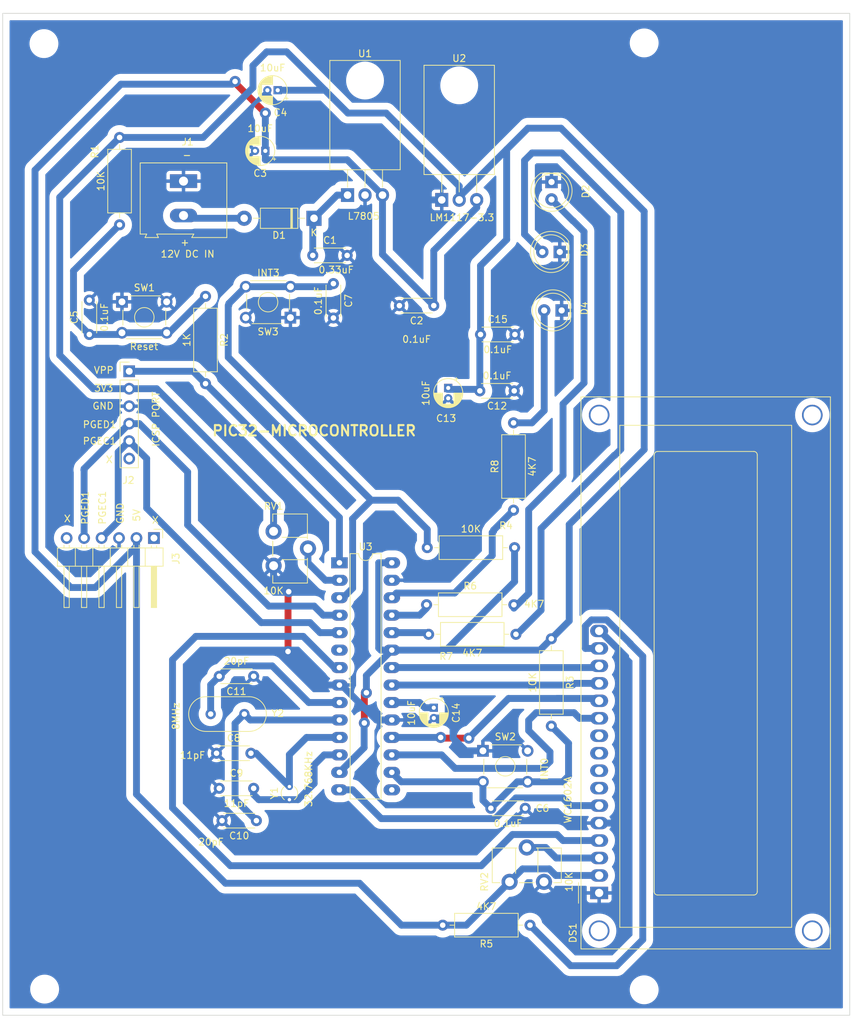
<source format=kicad_pcb>
(kicad_pcb (version 20211014) (generator pcbnew)
  (layers (0 "F.Cu" signal) (31 "B.Cu" signal) (34 "B.Paste" user) (35 "F.Paste" user) (36 "B.SilkS" user "B.Silkscreen") (37 "F.SilkS" user "F.Silkscreen") (38 "B.Mask" user) (39 "F.Mask" user) (44 "Edge.Cuts" user))
  (net 0 "")
  (net 1 "GND")
  (net 2 "Net-(D1-Pad2)")
  (net 3 "Net-(R8-Pad1)")
  (net 4 "Net-(D4-Pad2)")
  (net 5 "Net-(R7-Pad1)")
  (net 6 "Net-(D3-Pad2)")
  (net 7 "Net-(R6-Pad1)")
  (net 8 "Net-(D2-Pad2)")
  (net 9 "Net-(DS1-Pad15)")
  (net 10 "+5V")
  (net 11 "+3V3")
  (net 12 "/Int3")
  (net 13 "/Into")
  (net 14 "Net-(C5-Pad1)")
  (net 15 "/VPP")
  (net 16 "Net-(DS1-Pad3)")
  (net 17 "/ANALOG_IN")
  (net 18 "Net-(C1-Pad1)")
  (net 19 "/PGED1")
  (net 20 "/PGEC1")
  (net 22 "/LCD_RS")
  (net 23 "Net-(C11-Pad2)")
  (net 24 "Net-(C10-Pad1)")
  (net 25 "Net-(C8-Pad2)")
  (net 26 "Net-(C9-Pad2)")
  (net 27 "/LCD_EN")
  (net 29 "/LCD_D4")
  (net 30 "/LCD_D5")
  (net 31 "Net-(C14-Pad1)")
  (net 32 "/LCD_D6")
  (net 33 "/LCDD7")
  (footprint "Button_Switch_THT:SW_TH_Tactile_Omron_B3F-10xx" (layer "F.Cu") (at 68.15 59.25)
    (fp_text reference "SW1")
    (fp_text value "Reset")
  )
  (footprint "Capacitor_THT:C_Disc_D4.3mm_W1.9mm_P5.00mm" (layer "F.Cu") (at 95.9 52.5)
    (fp_text reference "C1")
    (fp_text value "0.33uF")
  )
  (footprint "Capacitor_THT:C_Disc_D4.3mm_W1.9mm_P5.00mm" (layer "F.Cu") (at 125.2 72.2 180)
    (fp_text reference "C12")
    (fp_text value "0.1uF")
  )
  (footprint "Package_TO_SOT_THT:TO-220-3_Horizontal_TabDown" (layer "F.Cu") (at 114.66 44.43)
    (fp_text reference "U2")
    (fp_text value "LM1117-3.3")
  )
  (footprint "Capacitor_THT:C_Disc_D4.3mm_W1.9mm_P5.00mm" (layer "F.Cu") (at 81.9 124.9)
    (fp_text reference "C8")
    (fp_text value "11pF")
  )
  (footprint "Capacitor_THT:C_Disc_D4.3mm_W1.9mm_P5.00mm" (layer "F.Cu") (at 87.7 134.7 180)
    (fp_text reference "C10")
    (fp_text value "20pF")
  )
  (footprint "Resistor_THT:R_Axial_DIN0309_L9.0mm_D3.2mm_P12.70mm_Horizontal" (layer "F.Cu") (at 130.6 108.25 -90)
    (fp_text reference "R3")
    (fp_text value "10K")
  )
  (footprint "Crystal:Crystal_HC18-U_Vertical" (layer "F.Cu") (at 85.95 119.2 180)
    (fp_text reference "Y2")
    (fp_text value "8MHz")
  )
  (footprint "Display:WC1602A" (layer "F.Cu") (at 137.5518 145.2137 90)
    (fp_text reference "DS1")
    (fp_text value "WC1602A")
  )
  (footprint "Potentiometer_THT:Potentiometer_ACP_CA9-H5_Horizontal" (layer "F.Cu") (at 124.525 143.6 90)
    (fp_text reference "RV2")
    (fp_text value "10K")
  )
  (footprint "Potentiometer_THT:Potentiometer_ACP_CA9-H5_Horizontal" (layer "F.Cu") (at 90.2 92.625)
    (fp_text reference "RV1")
    (fp_text value "10K")
  )
  (footprint "LED_THT:LED_D5.0mm" (layer "F.Cu") (at 131.825 52 180)
    (fp_text reference "D3")
    (fp_text value "LED")
  )
  (footprint "Capacitor_THT:CP_Radial_D4.0mm_P1.50mm" (layer "F.Cu") (at 90.8 28.4774 180)
    (fp_text reference "C4")
    (fp_text value "10uF")
  )
  (footprint "MountingHole:MountingHole_2.2mm_M2" (layer "F.Cu") (at 144.1 159.3)
    (fp_text reference "H4")
    (fp_text value "MountingHole")
  )
  (footprint "Resistor_THT:R_Axial_DIN0309_L9.0mm_D3.2mm_P12.70mm_Horizontal" (layer "F.Cu") (at 125.25 95 180)
    (fp_text reference "R4")
    (fp_text value "10K")
  )
  (footprint "Connector_PinHeader_2.54mm:PinHeader_1x06_P2.54mm_Horizontal" (layer "F.Cu") (at 72.8 93.6 -90)
    (fp_text reference "J3")
    (fp_text value "Conn_01x06_Male")
  )
  (footprint "MountingHole:MountingHole_2.2mm_M2" (layer "F.Cu") (at 56.8 21.7)
    (fp_text reference "H1")
    (fp_text value "MountingHole")
  )
  (footprint "Resistor_THT:R_Axial_DIN0309_L9.0mm_D3.2mm_P12.70mm_Horizontal" (layer "F.Cu") (at 112.75 107.6)
    (fp_text reference "R7")
    (fp_text value "4K7")
  )
  (footprint "Resistor_THT:R_Axial_DIN0309_L9.0mm_D3.2mm_P12.70mm_Horizontal" (layer "F.Cu") (at 125.1 89.55 90)
    (fp_text reference "R8")
    (fp_text value "4K7")
  )
  (footprint "TerminalBlock:TerminalBlock_Altech_AK300-2_P5.00mm" (layer "F.Cu") (at 77.1 41.7 -90)
    (fp_text reference "J1")
    (fp_text value "12V DC IN")
  )
  (footprint "Capacitor_THT:CP_Radial_D4.0mm_P1.50mm" (layer "F.Cu") (at 89 37.3 180)
    (fp_text reference "C3")
    (fp_text value "10uF")
  )
  (footprint "Capacitor_THT:CP_Radial_D4.0mm_P1.50mm" (layer "F.Cu") (at 115.6 71.7774 -90)
    (fp_text reference "C13")
    (fp_text value "10uF")
  )
  (footprint "Resistor_THT:R_Axial_DIN0309_L9.0mm_D3.2mm_P12.70mm_Horizontal" (layer "F.Cu") (at 112.45 103.3)
    (fp_text reference "R6")
    (fp_text value "4K7")
  )
  (footprint "Capacitor_THT:C_Disc_D4.3mm_W1.9mm_P5.00mm" (layer "F.Cu") (at 82.3 130)
    (fp_text reference "C9")
    (fp_text value "11pF")
  )
  (footprint "Capacitor_THT:CP_Radial_D4.0mm_P1.50mm" (layer "F.Cu") (at 113.5 118.2774 -90)
    (fp_text reference "C14")
    (fp_text value "10uF")
  )
  (footprint "Capacitor_THT:C_Disc_D4.3mm_W1.9mm_P5.00mm" (layer "F.Cu") (at 98.9 56.6 -90)
    (fp_text reference "C7")
    (fp_text value "0.1uF")
  )
  (footprint "Crystal:Crystal_DS26_D2.0mm_L6.0mm_Vertical" (layer "F.Cu") (at 92.5 131.65 90)
    (fp_text reference "Y1")
    (fp_text value "32.768KHz")
  )
  (footprint "LED_THT:LED_D5.0mm" (layer "F.Cu") (at 130.625 41.825 -90)
    (fp_text reference "D2")
    (fp_text value "LED")
  )
  (footprint "MountingHole:MountingHole_2.2mm_M2" (layer "F.Cu") (at 144.1 21.6)
    (fp_text reference "H3")
    (fp_text value "MountingHole")
  )
  (footprint "Capacitor_THT:C_Disc_D4.3mm_W1.9mm_P5.00mm" (layer "F.Cu") (at 113.5 59.8 180)
    (fp_text reference "C2")
    (fp_text value "0.1uF")
  )
  (footprint "Capacitor_THT:C_Disc_D4.3mm_W1.9mm_P5.00mm" (layer "F.Cu") (at 121.8 132.9)
    (fp_text reference "C6")
    (fp_text value "0.1uF")
  )
  (footprint "Diode_THT:D_DO-41_SOD81_P10.16mm_Horizontal" (layer "F.Cu") (at 96.08 47.1 180)
    (fp_text reference "D1")
    (fp_text value "1N4007")
  )
  (footprint "Resistor_THT:R_Axial_DIN0309_L9.0mm_D3.2mm_P12.70mm_Horizontal" (layer "F.Cu") (at 127.5 149.9 180)
    (fp_text reference "R5")
    (fp_text value "4K7")
  )
  (footprint "Package_TO_SOT_THT:TO-220-3_Horizontal_TabDown" (layer "F.Cu") (at 100.96 43.73)
    (fp_text reference "U1")
    (fp_text value "L7805")
  )
  (footprint "Resistor_THT:R_Axial_DIN0309_L9.0mm_D3.2mm_P12.70mm_Horizontal" (layer "F.Cu") (at 80.3 58.45 -90)
    (fp_text reference "R2")
    (fp_text value "1K")
  )
  (footprint "Capacitor_THT:C_Disc_D4.3mm_W1.9mm_P5.00mm" (layer "F.Cu") (at 120.3 64)
    (fp_text reference "C15")
    (fp_text value "0.1uF")
  )
  (footprint "MountingHole:MountingHole_2.2mm_M2" (layer "F.Cu") (at 56.9 159.2)
    (fp_text reference "H2")
    (fp_text value "MountingHole")
  )
  (footprint "Package_DIP:DIP-28_W7.62mm_LongPads" (layer "F.Cu") (at 99.775 97.2)
    (fp_text reference "U3")
    (fp_text value "pic_32mx270F_256B")
  )
  (footprint "Button_Switch_THT:SW_TH_Tactile_Omron_B3F-10xx" (layer "F.Cu") (at 120.65 124.55)
    (fp_text reference "SW2")
    (fp_text value "INT0")
  )
  (footprint "Capacitor_THT:C_Disc_D4.3mm_W1.9mm_P5.00mm" (layer "F.Cu") (at 63.4 64 90)
    (fp_text reference "C5")
    (fp_text value "0.1uF")
  )
  (footprint "Resistor_THT:R_Axial_DIN0309_L9.0mm_D3.2mm_P12.70mm_Horizontal" (layer "F.Cu") (at 67.8 35.35 -90)
    (fp_text reference "R1")
    (fp_text value "10K")
  )
  (footprint "Capacitor_THT:C_Disc_D4.3mm_W1.9mm_P5.00mm" (layer "F.Cu") (at 87.3 113.7 180)
    (fp_text reference "C11")
    (fp_text value "20pF")
  )
  (footprint "LED_THT:LED_D5.0mm" (layer "F.Cu") (at 132.1 60.5 180)
    (fp_text reference "D4")
    (fp_text value "LED")
  )
  (footprint "Connector_PinHeader_2.54mm:PinHeader_1x06_P2.54mm_Vertical" (layer "F.Cu") (at 69.2 69.35)
    (fp_text reference "J2")
    (fp_text value "ICSP PORT")
  )
  (footprint "Button_Switch_THT:SW_TH_Tactile_Omron_B3F-10xx" (layer "F.Cu") (at 92.65 61.55 180)
    (fp_text reference "SW3")
    (fp_text value "INT3")
  )
  (gr_rect (start 50.8 17.3) (end 174 163) (layer "Edge.Cuts") (width 0.1) (fill none))
  (gr_text "3V3" (at 65.5 71.8) (layer "F.SilkS") (effects (font (size 1 1))))
  (gr_text "GND" (at 67.9 90 90) (layer "F.SilkS") (effects (font (size 1 1))))
  (gr_text "PGED1" (at 64.9 77.1) (layer "F.SilkS") (effects (font (size 1 1))))
  (gr_text "PGEC1" (at 64.9 79.5) (layer "F.SilkS") (effects (font (size 1 1))))
  (gr_text "PGEC1" (at 65.3 89.2 90) (layer "F.SilkS") (effects (font (size 1 1))))
  (gr_text "X" (at 60.2 90.8) (layer "F.SilkS") (effects (font (size 1 1))))
  (gr_text "+" (at 77.3 50.6) (layer "F.SilkS") (effects (font (size 1 1))))
  (gr_text "5V" (at 70.3 90.3 90) (layer "F.SilkS") (effects (font (size 1 1))))
  (gr_text "X" (at 66.3 82.2) (layer "F.SilkS") (effects (font (size 1 1))))
  (gr_text "X" (at 73 91) (layer "F.SilkS") (effects (font (size 1 1))))
  (gr_text "GND" (at 65.4 74.4) (layer "F.SilkS") (effects (font (size 1 1))))
  (gr_text "PIC32-MICROCONTROLLER" (at 96.1 78) (layer "F.SilkS") (effects (font (size 1.5 1.5) (thickness 0.3))))
  (gr_text "PGED1" (at 62.8 89.2 90) (layer "F.SilkS") (effects (font (size 1 1))))
  (gr_text "-" (at 77.6 37.9) (layer "F.SilkS") (effects (font (size 1 1))))
  (gr_text "VPP" (at 65.5 69.2) (layer "F.SilkS") (effects (font (size 1 1))))
  (segment (start 92.3 101.5) (end 92.4 101.4) (width 1) (layer "F.Cu") (net 1))
  (segment (start 92.3 110.1) (end 92.3 101.5) (width 1) (layer "F.Cu") (net 1))
  (via (at 92.4 101.4) (size 1.6) (drill 0.8) (layers "F.Cu" "B.Cu") (net 1))
  (via (at 92.3 110.1) (size 1.6) (drill 0.8) (layers "F.Cu" "B.Cu") (net 1))
  (segment (start 69.1696 74.4604) (end 69.1696 74.7468) (width 1) (layer "B.Cu") (net 1))
  (segment (start 114.8774 119.7774) (end 116.3 121.2) (width 1) (layer "B.Cu") (net 1))
  (segment (start 90.2 99.2) (end 92.4 101.4) (width 1) (layer "B.Cu") (net 1))
  (segment (start 116.3 122.7) (end 116.3 121.2) (width 1) (layer "B.Cu") (net 1))
  (segment (start 141.4 110.839838) (end 141.4 133.7) (width 1) (layer "B.Cu") (net 1))
  (segment (start 113.5 119.7774) (end 114.8774 119.7774) (width 1) (layer "B.Cu") (net 1))
  (segment (start 99.775 114.98) (end 100.12 114.98) (width 1) (layer "B.Cu") (net 1))
  (segment (start 96.1632 30.5002) (end 90.5642 30.5002) (width 1) (layer "B.Cu") (net 1))
  (segment (start 69.1696 74.7468) (end 69.1697 74.7468) (width 1) (layer "B.Cu") (net 1))
  (segment (start 140 135.1) (end 139.9537 135.0537) (width 1) (layer "B.Cu") (net 1))
  (segment (start 107.395 120.06) (end 105.16 120.06) (width 1) (layer "B.Cu") (net 1))
  (segment (start 90.2 97.625) (end 90.2 99.2) (width 1) (layer "B.Cu") (net 1))
  (segment (start 105.16 120.06) (end 100.08 114.98) (width 1) (layer "B.Cu") (net 1))
  (segment (start 137.673862 107.1137) (end 141.4 110.839838) (width 1) (layer "B.Cu") (net 1))
  (segment (start 90.5642 30.5002) (end 89.3 29.236) (width 1) (layer "B.Cu") (net 1))
  (segment (start 125.2 64.1) (end 125.3 64) (width 1) (layer "B.Cu") (net 1))
  (segment (start 89.3 29.236) (end 89.3 28.4774) (width 1) (layer "B.Cu") (net 1))
  (segment (start 69.2 74.43) (end 69.1696 74.4604) (width 1) (layer "B.Cu") (net 1))
  (segment (start 99.775 114.98) (end 96.98 114.98) (width 1) (layer "B.Cu") (net 1))
  (segment (start 139.9537 135.0537) (end 137.5518 135.0537) (width 1) (layer "B.Cu") (net 1))
  (segment (start 110.093 44.43) (end 96.1632 30.5002) (width 1) (layer "B.Cu") (net 1))
  (segment (start 96.98 114.98) (end 92.4 110.4) (width 1) (layer "B.Cu") (net 1))
  (segment (start 141.4 133.7) (end 140 135.1) (width 1) (layer "B.Cu") (net 1))
  (segment (start 137.5518 107.1137) (end 137.673862 107.1137) (width 1) (layer "B.Cu") (net 1))
  (segment (start 114.66 44.43) (end 110.093 44.43) (width 1) (layer "B.Cu") (net 1))
  (segment (start 120.65 124.55) (end 118.15 124.55) (width 1) (layer "B.Cu") (net 1))
  (segment (start 118.15 124.55) (end 116.3 122.7) (width 1) (layer "B.Cu") (net 1))
  (segment (start 85.92 47.1) (end 77.5 47.1) (width 1) (layer "B.Cu") (net 2))
  (segment (start 77.5 47.1) (end 77.1 46.7) (width 1) (layer "B.Cu") (net 2))
  (segment (start 122 92.8) (end 122.2 92.6) (width 1) (layer "B.Cu") (net 3))
  (segment (start 122.2 92.6) (end 122.2 92.45) (width 1) (layer "B.Cu") (net 3))
  (segment (start 108.075 101.6) (end 116.52937 101.6) (width 1) (layer "B.Cu") (net 3))
  (segment (start 122 96.12937) (end 122 92.8) (width 1) (layer "B.Cu") (net 3))
  (segment (start 107.395 102.28) (end 108.075 101.6) (width 1) (layer "B.Cu") (net 3))
  (segment (start 116.52937 101.6) (end 122 96.12937) (width 1) (layer "B.Cu") (net 3))
  (segment (start 122.2 92.45) (end 125.1 89.55) (width 1) (layer "B.Cu") (net 3))
  (segment (start 125.1 76.85) (end 127.77063 76.85) (width 1) (layer "B.Cu") (net 4))
  (segment (start 127.77063 76.85) (end 129.56 75.06063) (width 1) (layer "B.Cu") (net 4))
  (segment (start 129.56 75.06063) (end 129.56 60.5) (width 1) (layer "B.Cu") (net 4))
  (segment (start 112.41 107.36) (end 107.395 107.36) (width 1) (layer "B.Cu") (net 5))
  (segment (start 140.7 46.2) (end 132.1 37.6) (width 1) (layer "B.Cu") (net 6))
  (segment (start 127.8 37.6) (end 126.7 38.7) (width 1) (layer "B.Cu") (net 6))
  (segment (start 129.1 92.22937) (end 139.751311 81.578059) (width 1) (layer "B.Cu") (net 6))
  (segment (start 129.1 104.1) (end 129.1 92.22937) (width 1) (layer "B.Cu") (net 6))
  (segment (start 132.1 37.6) (end 127.8 37.6) (width 1) (layer "B.Cu") (net 6))
  (segment (start 126.7 49.415) (end 129.285 52) (width 1) (layer "B.Cu") (net 6))
  (segment (start 139.751311 81.578059) (end 139.821941 81.578059) (width 1) (layer "B.Cu") (net 6))
  (segment (start 140.7 80.7) (end 140.7 46.2) (width 1) (layer "B.Cu") (net 6))
  (segment (start 126.7 38.7) (end 126.7 49.415) (width 1) (layer "B.Cu") (net 6))
  (segment (start 126.05 107.15) (end 129.1 104.1) (width 1) (layer "B.Cu") (net 6))
  (segment (start 139.821941 81.578059) (end 140.7 80.7) (width 1) (layer "B.Cu") (net 6))
  (segment (start 111.43 104.82) (end 112.45 103.8) (width 1) (layer "B.Cu") (net 7))
  (segment (start 107.395 104.82) (end 111.43 104.82) (width 1) (layer "B.Cu") (net 7))
  (segment (start 130.625 44.365) (end 133.7296 47.4696) (width 1) (layer "B.Cu") (net 8))
  (segment (start 127.3 101.65) (end 125.15 103.8) (width 1) (layer "B.Cu") (net 8))
  (segment (start 133.7296 47.4696) (end 133.7696 47.4696) (width 1) (layer "B.Cu") (net 8))
  (segment (start 127.3 89.47063) (end 127.3 101.65) (width 1) (layer "B.Cu") (net 8))
  (segment (start 135.352289 71.047711) (end 132.3 74.1) (width 1) (layer "B.Cu") (net 8))
  (segment (start 133.7696 47.4696) (end 135.352289 49.052289) (width 1) (layer "B.Cu") (net 8))
  (segment (start 132.3 74.1) (end 132.3 84.47063) (width 1) (layer "B.Cu") (net 8))
  (segment (start 135.352289 49.052289) (end 135.352289 71.047711) (width 1) (layer "B.Cu") (net 8))
  (segment (start 132.3 84.47063) (end 127.3 89.47063) (width 1) (layer "B.Cu") (net 8))
  (segment (start 137.5518 109.6537) (end 135.5515 109.6537) (width 1) (layer "B.Cu") (net 9))
  (segment (start 142.1 108.9633) (end 142.1 109) (width 1) (layer "B.Cu") (net 9))
  (segment (start 133.4 155.8) (end 127.5 149.9) (width 1) (layer "B.Cu") (net 9))
  (segment (start 143.9 152) (end 140.1 155.8) (width 1) (layer "B.Cu") (net 9))
  (segment (start 140.1 155.8) (end 133.4 155.8) (width 1) (layer "B.Cu") (net 9))
  (segment (start 142.1 109) (end 143.9 110.8) (width 1) (layer "B.Cu") (net 9))
  (segment (start 138.6455 105.5088) (end 142.1 108.9633) (width 1) (layer "B.Cu") (net 9))
  (segment (start 135.5515 109.6537) (end 135.5515 106.3993) (width 1) (layer "B.Cu") (net 9))
  (segment (start 136.442 105.5088) (end 138.6455 105.5088) (width 1) (layer "B.Cu") (net 9))
  (segment (start 143.9 110.8) (end 143.9 152) (width 1) (layer "B.Cu") (net 9))
  (segment (start 135.5515 106.3993) (end 136.442 105.5088) (width 1) (layer "B.Cu") (net 9))
  (segment (start 84.6 27.2) (end 84.6 27.4) (width 1) (layer "F.Cu") (net 10))
  (segment (start 84.6 27.4) (end 89 31.8) (width 1) (layer "F.Cu") (net 10))
  (via (at 89 31.8) (size 1.6) (drill 0.8) (layers "F.Cu" "B.Cu") (net 10))
  (via (at 84.6 27.2) (size 1.6) (drill 0.8) (layers "F.Cu" "B.Cu") (net 10))
  (segment (start 70.26 94.802081) (end 70.26 93.6) (width 1) (layer "B.Cu") (net 10))
  (segment (start 113.5 59.8) (end 113.5 51.8) (width 1) (layer "B.Cu") (net 10))
  (segment (start 83.2 143.8) (end 102.7 143.8) (width 1) (layer "B.Cu") (net 10))
  (segment (start 89 37.3) (end 89 31.8) (width 1) (layer "B.Cu") (net 10))
  (segment (start 70.26 93.6) (end 70.26 130.86) (width 1) (layer "B.Cu") (net 10))
  (segment (start 119.74 45.56) (end 119.74 44.43) (width 1) (layer "B.Cu") (net 10))
  (segment (start 106.04 52.34) (end 113.5 59.8) (width 1) (layer "B.Cu") (net 10))
  (segment (start 106.04 43.73) (end 100.9103 38.6003) (width 1) (layer "B.Cu") (net 10))
  (segment (start 100.9103 38.6003) (end 89 38.6003) (width 1) (layer "B.Cu") (net 10))
  (segment (start 102.7 143.8) (end 108.8 149.9) (width 1) (layer "B.Cu") (net 10))
  (segment (start 130.2957 141.718) (end 126.407 141.718) (width 1) (layer "B.Cu") (net 10))
  (segment (start 55.5 40.1) (end 55.5 95.6) (width 1) (layer "B.Cu") (net 10))
  (segment (start 68 27.6) (end 55.5 40.1) (width 1) (layer "B.Cu") (net 10))
  (segment (start 64.262081 100.8) (end 70.26 94.802081) (width 1) (layer "B.Cu") (net 10))
  (segment (start 55.5 95.6) (end 60.7 100.8) (width 1) (layer "B.Cu") (net 10))
  (segment (start 126.407 141.718) (end 124.525 143.6) (width 1) (layer "B.Cu") (net 10))
  (segment (start 108.8 149.9) (end 114.8 149.9) (width 1) (layer "B.Cu") (net 10))
  (segment (start 131.2514 142.6737) (end 137.5518 142.6737) (width 1) (layer "B.Cu") (net 10))
  (segment (start 106.04 43.73) (end 106.04 52.34) (width 1) (layer "B.Cu") (net 10))
  (segment (start 113.5 51.8) (end 119.74 45.56) (width 1) (layer "B.Cu") (net 10))
  (segment (start 89 37.3) (end 89 38.6003) (width 1) (layer "B.Cu") (net 10))
  (segment (start 70.26 130.86) (end 83.2 143.8) (width 1) (layer "B.Cu") (net 10))
  (segment (start 130.2957 141.718) (end 131.2514 142.6737) (width 1) (layer "B.Cu") (net 10))
  (segment (start 84.2 27.6) (end 68 27.6) (width 1) (layer "B.Cu") (net 10))
  (segment (start 60.7 100.8) (end 64.262081 100.8) (width 1) (layer "B.Cu") (net 10))
  (segment (start 114.8 149.9) (end 118.225 149.9) (width 1) (layer "B.Cu") (net 10))
  (segment (start 84.6 27.2) (end 84.2 27.6) (width 1) (layer "B.Cu") (net 10))
  (segment (start 118.225 149.9) (end 124.525 143.6) (width 1) (layer "B.Cu") (net 10))
  (segment (start 103.4 116.4) (end 103.7 116.1) (width 1) (layer "F.Cu") (net 11))
  (segment (start 103.4 120.5) (end 103.4 116.4) (width 1) (layer "F.Cu") (net 11))
  (via (at 103.4 120.5) (size 1.6) (drill 0.8) (layers "F.Cu" "B.Cu") (net 11))
  (via (at 103.7 116.1) (size 1.6) (drill 0.8) (layers "F.Cu" "B.Cu") (net 11))
  (segment (start 59.1 67) (end 63.99 71.89) (width 1) (layer "B.Cu") (net 11))
  (segment (start 124.1 37.1) (end 127.2 34) (width 1) (layer "B.Cu") (net 11))
  (segment (start 120.3 54) (end 124.1 50.2) (width 1) (layer "B.Cu") (net 11))
  (segment (start 107.395 109.9) (end 114.7 109.9) (width 1) (layer "B.Cu") (net 11))
  (segment (start 120.3 64) (end 120.3 54) (width 1) (layer "B.Cu") (net 11))
  (segment (start 73.19 71.89) (end 90.4 89.1) (width 1) (layer "B.Cu") (net 11))
  (segment (start 89.2 22.9) (end 92.1 22.9) (width 1) (layer "B.Cu") (net 11))
  (segment (start 144.1 80.7327) (end 133.2 91.6327) (width 1) (layer "B.Cu") (net 11))
  (segment (start 132 34) (end 144.1 46.1) (width 1) (layer "B.Cu") (net 11))
  (segment (start 120.2 72.2) (end 120.2 64.1) (width 1) (layer "B.Cu") (net 11))
  (segment (start 59.1 44.05) (end 59.1 67) (width 1) (layer "B.Cu") (net 11))
  (segment (start 67.8 35.35) (end 79.95 35.35) (width 1) (layer "B.Cu") (net 11))
  (segment (start 127.2 34) (end 132 34) (width 1) (layer "B.Cu") (net 11))
  (segment (start 67.8 35.35) (end 59.1 44.05) (width 1) (layer "B.Cu") (net 11))
  (segment (start 106.2 109.9) (end 107.395 109.9) (width 1) (layer "B.Cu") (net 11))
  (segment (start 90.8 28.4774) (end 97.6774 28.4774) (width 1) (layer "B.Cu") (net 11))
  (segment (start 117.2 44) (end 124.1 37.1) (width 1) (layer "B.Cu") (net 11))
  (segment (start 90.2 89.3) (end 90.2 92.625) (width 1) (layer "B.Cu") (net 11))
  (segment (start 125.25 99.95) (end 115.3 109.9) (width 1) (layer "B.Cu") (net 11))
  (segment (start 87.2 24.9) (end 89.2 22.9) (width 1) (layer "B.Cu") (net 11))
  (segment (start 92.1 22.9) (end 97.6774 28.4774) (width 1) (layer "B.Cu") (net 11))
  (segment (start 107.395 97.2) (end 105.4947 97.2) (width 1) (layer "B.Cu") (net 11))
  (segment (start 79.95 35.35) (end 87.2 28.1) (width 1) (layer "B.Cu") (net 11))
  (segment (start 101 31.8) (end 106.57 31.8) (width 1) (layer "B.Cu") (net 11))
  (segment (start 103.369161 124.085839) (end 103.369161 120.730839) (width 1) (layer "B.Cu") (net 11))
  (segment (start 144.1 46.1) (end 144.1 80.7327) (width 1) (layer "B.Cu") (net 11))
  (segment (start 117.2 44.43) (end 117.2 44) (width 1) (layer "B.Cu") (net 11))
  (segment (start 115.3 109.9) (end 114.7 109.9) (width 1) (layer "B.Cu") (net 11))
  (segment (start 103.7 113.595) (end 107.395 109.9) (width 1) (layer "B.Cu") (net 11))
  (segment (start 63.99 71.89) (end 69.2 71.89) (width 1) (layer "B.Cu") (net 11))
  (segment (start 97.6774 28.4774) (end 101 31.8) (width 1) (layer "B.Cu") (net 11))
  (segment (start 128.95 109.9) (end 130.6 108.25) (width 1) (layer "B.Cu") (net 11))
  (segment (start 99.775 127.68) (end 103.369161 124.085839) (width 1) (layer "B.Cu") (net 11))
  (segment (start 133.2 91.6327) (end 133.2 105.65) (width 1) (layer "B.Cu") (net 11))
  (segment (start 114.7 109.9) (end 128.95 109.9) (width 1) (layer "B.Cu") (net 11))
  (segment (start 107.395 109.9) (end 105.7948 109.9) (width 1) (layer "B.Cu") (net 11))
  (segment (start 117.2 42.43) (end 117.2 44.43) (width 1) (layer "B.Cu") (net 11))
  (segment (start 120.2 72.2) (end 119.977889 71.977889) (width 1) (layer "B.Cu") (net 11))
  (segment (start 119.977889 71.977889) (end 115.5 71.977889) (width 1) (layer "B.Cu") (net 11))
  (segment (start 105.4947 109.5999) (end 105.7948 109.9) (width 1) (layer "B.Cu") (net 11))
  (segment (start 125.25 95) (end 125.25 99.95) (width 1) (layer "B.Cu") (net 11))
  (segment (start 106.57 31.8) (end 117.2 42.43) (width 1) (layer "B.Cu") (net 11))
  (segment (start 69.2 71.89) (end 73.19 71.89) (width 1) (layer "B.Cu") (net 11))
  (segment (start 124.1 50.2) (end 124.1 37.1) (width 1) (layer "B.Cu") (net 11))
  (segment (start 105.4947 97.2) (end 105.4947 109.5999) (width 1) (layer "B.Cu") (net 11))
  (segment (start 133.2 105.65) (end 130.6 108.25) (width 1) (layer "B.Cu") (net 11))
  (segment (start 103.7 116.1) (end 103.7 113.595) (width 1) (layer "B.Cu") (net 11))
  (segment (start 87.2 28.1) (end 87.2 24.9) (width 1) (layer "B.Cu") (net 11))
  (segment (start 112.55 92.35) (end 108.3 88.1) (width 1) (layer "B.Cu") (net 12))
  (segment (start 92.65 57.05) (end 98.45 57.05) (width 1) (layer "B.Cu") (net 12))
  (segment (start 108.3 88.1) (end 104.4 88.1) (width 1) (layer "B.Cu") (net 12))
  (segment (start 100.32 102.28) (end 101.7 100.9) (width 1) (layer "B.Cu") (net 12))
  (segment (start 83.7 59.5) (end 86.15 57.05) (width 1) (layer "B.Cu") (net 12))
  (segment (start 98.45 57.05) (end 98.9 56.6) (width 1) (layer "B.Cu") (net 12))
  (segment (start 83.6 67.3) (end 104.4 88.1) (width 1) (layer "B.Cu") (net 12))
  (segment (start 83.7 59.7) (end 83.7 59.5) (width 1) (layer "B.Cu") (net 12))
  (segment (start 101.7 100.9) (end 101.7 90.8494) (width 1) (layer "B.Cu") (net 12))
  (segment (start 83.6 67.3) (end 83.6 59.8) (width 1) (layer "B.Cu") (net 12))
  (segment (start 83.6 59.8) (end 83.7 59.7) (width 1) (layer "B.Cu") (net 12))
  (segment (start 92.65 57.05) (end 86.15 57.05) (width 1) (layer "B.Cu") (net 12))
  (segment (start 104.4 88.1) (end 101.6753 90.8247) (width 1) (layer "B.Cu") (net 12))
  (segment (start 101.7 90.8494) (end 101.6753 90.8247) (width 1) (layer "B.Cu") (net 12))
  (segment (start 99.775 102.28) (end 100.32 102.28) (width 1) (layer "B.Cu") (net 12))
  (segment (start 112.55 95) (end 112.55 92.35) (width 1) (layer "B.Cu") (net 12))
  (segment (start 120.65 131.75) (end 121.8 132.9) (width 1) (layer "B.Cu") (net 13))
  (segment (start 127.15 129.05) (end 132.25 129.05) (width 1) (layer "B.Cu") (net 13))
  (segment (start 120.65 129.05) (end 120.65 131.75) (width 1) (layer "B.Cu") (net 13))
  (segment (start 127.15 129.05) (end 125.65 129.05) (width 1) (layer "B.Cu") (net 13))
  (segment (start 120.65 129.05) (end 108.765 129.05) (width 1) (layer "B.Cu") (net 13))
  (segment (start 125.65 129.05) (end 121.8 132.9) (width 1) (layer "B.Cu") (net 13))
  (segment (start 132.25 129.05) (end 133.1 128.2) (width 1) (layer "B.Cu") (net 13))
  (segment (start 133.1 123.45) (end 130.6 120.95) (width 1) (layer "B.Cu") (net 13))
  (segment (start 108.765 129.05) (end 107.395 127.68) (width 1) (layer "B.Cu") (net 13))
  (segment (start 133.1 128.2) (end 133.1 123.45) (width 1) (layer "B.Cu") (net 13))
  (segment (start 63.4 64) (end 61.1 61.7) (width 1) (layer "B.Cu") (net 14))
  (segment (start 61.1 61.7) (end 61.1 54.75) (width 1) (layer "B.Cu") (net 14))
  (segment (start 74.65 63.75) (end 68.15 63.75) (width 1) (layer "B.Cu") (net 14))
  (segment (start 75 63.75) (end 80.3 58.45) (width 1) (layer "B.Cu") (net 14))
  (segment (start 63.4 64) (end 67.9 64) (width 1) (layer "B.Cu") (net 14))
  (segment (start 74.65 63.75) (end 75 63.75) (width 1) (layer "B.Cu") (net 14))
  (segment (start 67.9 64) (end 68.15 63.75) (width 1) (layer "B.Cu") (net 14))
  (segment (start 61.1 54.75) (end 67.8 48.05) (width 1) (layer "B.Cu") (net 14))
  (segment (start 99.775 90.625) (end 80.3 71.15) (width 1) (layer "B.Cu") (net 15))
  (segment (start 99.775 97.2) (end 99.775 90.625) (width 1) (layer "B.Cu") (net 15))
  (segment (start 69.2 69.35) (end 78.5 69.35) (width 1) (layer "B.Cu") (net 15))
  (segment (start 78.5 69.35) (end 80.3 71.15) (width 1) (layer "B.Cu") (net 15))
  (segment (start 137.5518 140.1337) (end 131.3049 140.1337) (width 1) (layer "B.Cu") (net 16))
  (segment (start 131.3049 140.1337) (end 129.7712 138.6) (width 1) (layer "B.Cu") (net 16))
  (segment (start 127.025 138.6) (end 129.7712 138.6) (width 1) (layer "B.Cu") (net 16))
  (segment (start 97.74 99.74) (end 99.775 99.74) (width 1) (layer "B.Cu") (net 17))
  (segment (start 95.2 95.125) (end 95.2 97.2) (width 1) (layer "B.Cu") (net 17))
  (segment (start 95.2 97.2) (end 97.74 99.74) (width 1) (layer "B.Cu") (net 17))
  (segment (start 99.45 43.73) (end 96.08 47.1) (width 1) (layer "B.Cu") (net 18))
  (segment (start 100.96 43.73) (end 99.45 43.73) (width 1) (layer "B.Cu") (net 18))
  (segment (start 95.9 52.5) (end 95.9 47.28) (width 1) (layer "B.Cu") (net 18))
  (segment (start 89.5 103.5) (end 77.7 91.7) (width 1) (layer "B.Cu") (net 19))
  (segment (start 62.64 93.6) (end 62.64 83.74) (width 1) (layer "B.Cu") (net 19))
  (segment (start 96.1 103.5) (end 89.5 103.5) (width 1) (layer "B.Cu") (net 19))
  (segment (start 70.67 76.97) (end 69.2 76.97) (width 1) (layer "B.Cu") (net 19))
  (segment (start 77.7 91.7) (end 77.7 84) (width 1) (layer "B.Cu") (net 19))
  (segment (start 97.42 104.82) (end 96.1 103.5) (width 1) (layer "B.Cu") (net 19))
  (segment (start 69.2 76.97) (end 62.64 83.53) (width 1) (layer "B.Cu") (net 19))
  (segment (start 62.64 83.53) (end 62.64 83.74) (width 1) (layer "B.Cu") (net 19))
  (segment (start 99.775 104.82) (end 97.42 104.82) (width 1) (layer "B.Cu") (net 19))
  (segment (start 77.7 84) (end 70.67 76.97) (width 1) (layer "B.Cu") (net 19))
  (segment (start 62.64 83.74) (end 62.6 83.7) (width 1) (layer "B.Cu") (net 19))
  (segment (start 95.5 105.9) (end 96.96 107.36) (width 1) (layer "B.Cu") (net 20))
  (segment (start 71.7414 89.2414) (end 88.4 105.9) (width 1) (layer "B.Cu") (net 20))
  (segment (start 69.2 79.51) (end 67.6 81.11) (width 1) (layer "B.Cu") (net 20))
  (segment (start 88.4 105.9) (end 95.5 105.9) (width 1) (layer "B.Cu") (net 20))
  (segment (start 71.7414 82.0514) (end 71.7414 89.2414) (width 1) (layer "B.Cu") (net 20))
  (segment (start 67.6 81.11) (end 67.6 91.18) (width 1) (layer "B.Cu") (net 20))
  (segment (start 96.96 107.36) (end 99.775 107.36) (width 1) (layer "B.Cu") (net 20))
  (segment (start 69.2 79.51) (end 71.7414 82.0514) (width 1) (layer "B.Cu") (net 20))
  (segment (start 67.6 91.18) (end 65.18 93.6) (width 1) (layer "B.Cu") (net 20))
  (segment (start 132.2974 137.5937) (end 137.5518 137.5937) (width 1) (layer "B.Cu") (net 22))
  (segment (start 83.9145 141.2555) (end 120.4142 141.2555) (width 1) (layer "B.Cu") (net 22))
  (segment (start 120.4142 141.2555) (end 124.9538 136.7159) (width 1) (layer "B.Cu") (net 22))
  (segment (start 75.5 111.3) (end 75.5 132.841) (width 1) (layer "B.Cu") (net 22))
  (segment (start 124.9538 136.7159) (end 131.4196 136.7159) (width 1) (layer "B.Cu") (net 22))
  (segment (start 94.5 107.9) (end 78.9 107.9) (width 1) (layer "B.Cu") (net 22))
  (segment (start 99.775 112.44) (end 99.04 112.44) (width 1) (layer "B.Cu") (net 22))
  (segment (start 75.5 132.841) (end 83.9145 141.2555) (width 1) (layer "B.Cu") (net 22))
  (segment (start 99.04 112.44) (end 94.5 107.9) (width 1) (layer "B.Cu") (net 22))
  (segment (start 131.4196 136.7159) (end 132.2974 137.5937) (width 1) (layer "B.Cu") (net 22))
  (segment (start 78.9 107.9) (end 75.5 111.3) (width 1) (layer "B.Cu") (net 22))
  (segment (start 83.799511 112.200489) (end 90.000489 112.200489) (width 1) (layer "B.Cu") (net 23))
  (segment (start 81.05 114.95) (end 82.3 113.7) (width 1) (layer "B.Cu") (net 23))
  (segment (start 90.000489 112.200489) (end 95.32 117.52) (width 1) (layer "B.Cu") (net 23))
  (segment (start 82.3 113.7) (end 83.799511 112.200489) (width 1) (layer "B.Cu") (net 23))
  (segment (start 81.05 119.2) (end 81.05 114.95) (width 1) (layer "B.Cu") (net 23))
  (segment (start 95.32 117.52) (end 99.775 117.52) (width 1) (layer "B.Cu") (net 23))
  (segment (start 85.95 119.2) (end 84.6 120.55) (width 1) (layer "B.Cu") (net 24))
  (segment (start 85.95 119.2) (end 86.81 120.06) (width 1) (layer "B.Cu") (net 24))
  (segment (start 84.6 120.55) (end 84.6 131.6) (width 1) (layer "B.Cu") (net 24))
  (segment (start 86.81 120.06) (end 99.775 120.06) (width 1) (layer "B.Cu") (net 24))
  (segment (start 84.6 131.6) (end 87.7 134.7) (width 1) (layer "B.Cu") (net 24))
  (segment (start 86.9 124.9) (end 87.65 124.9) (width 1) (layer "B.Cu") (net 25))
  (segment (start 92.5 129.75) (end 92.5 125.1) (width 1) (layer "B.Cu") (net 25))
  (segment (start 95 122.6) (end 99.775 122.6) (width 1) (layer "B.Cu") (net 25))
  (segment (start 87.65 124.9) (end 92.5 129.75) (width 1) (layer "B.Cu") (net 25))
  (segment (start 92.5 125.1) (end 95 122.6) (width 1) (layer "B.Cu") (net 25))
  (segment (start 93.75 131.65) (end 92.5 131.65) (width 1) (layer "B.Cu") (net 26))
  (segment (start 87.3 130) (end 87.3 130.9) (width 1) (layer "B.Cu") (net 26))
  (segment (start 87.3 130.9) (end 88.05 131.65) (width 1) (layer "B.Cu") (net 26))
  (segment (start 97.56 125.14) (end 96.1 126.6) (width 1) (layer "B.Cu") (net 26))
  (segment (start 99.775 125.14) (end 97.56 125.14) (width 1) (layer "B.Cu") (net 26))
  (segment (start 88.05 131.65) (end 92.5 131.65) (width 1) (layer "B.Cu") (net 26))
  (segment (start 96.1 129.3) (end 93.75 131.65) (width 1) (layer "B.Cu") (net 26))
  (segment (start 96.1 126.6) (end 96.1 129.3) (width 1) (layer "B.Cu") (net 26))
  (segment (start 122.4329 134.4073) (end 125.4432 131.397) (width 1) (layer "B.Cu") (net 27))
  (segment (start 101.6753 130.22) (end 105.8626 134.4073) (width 1) (layer "B.Cu") (net 27))
  (segment (start 137.5518 132.5137) (end 133.3729 132.5137) (width 1) (layer "B.Cu") (net 27))
  (segment (start 125.4432 131.397) (end 132.2562 131.397) (width 1) (layer "B.Cu") (net 27))
  (segment (start 105.8626 134.4073) (end 122.4329 134.4073) (width 1) (layer "B.Cu") (net 27))
  (segment (start 99.775 130.22) (end 101.6753 130.22) (width 1) (layer "B.Cu") (net 27))
  (segment (start 133.3729 132.5137) (end 132.2562 131.397) (width 1) (layer "B.Cu") (net 27))
  (segment (start 116.6 127.1) (end 129.4 127.1) (width 1) (layer "B.Cu") (net 29))
  (segment (start 137.5518 119.8137) (end 134.7137 119.8137) (width 1) (layer "B.Cu") (net 29))
  (segment (start 133.9 119) (end 128.4 119) (width 1) (layer "B.Cu") (net 29))
  (segment (start 134.7137 119.8137) (end 133.9 119) (width 1) (layer "B.Cu") (net 29))
  (segment (start 114.64 125.14) (end 116.6 127.1) (width 1) (layer "B.Cu") (net 29))
  (segment (start 107.395 125.14) (end 114.64 125.14) (width 1) (layer "B.Cu") (net 29))
  (segment (start 129.4 127.1) (end 130.4 126.1) (width 1) (layer "B.Cu") (net 29))
  (segment (start 127.3 121.6) (end 127.3 120.1) (width 1) (layer "B.Cu") (net 29))
  (segment (start 130.4 124.7) (end 127.3 121.6) (width 1) (layer "B.Cu") (net 29))
  (segment (start 130.4 126.1) (end 130.4 124.7) (width 1) (layer "B.Cu") (net 29))
  (segment (start 127.3 120.1) (end 128.4 119) (width 1) (layer "B.Cu") (net 29))
  (segment (start 118.8 122.7) (end 114.6 122.7) (width 1) (layer "F.Cu") (net 30))
  (segment (start 114.6 122.7) (end 114.5 122.6) (width 1) (layer "F.Cu") (net 30))
  (via (at 118.6 122.7) (size 1.6) (drill 0.8) (layers "F.Cu" "B.Cu") (net 30))
  (via (at 114.5 122.6) (size 1.6) (drill 0.8) (layers "F.Cu" "B.Cu") (net 30))
  (segment (start 137.21128 116.93318) (end 131.4 116.93318) (width 1) (layer "B.Cu") (net 30))
  (segment (start 137.5518 117.2737) (end 137.21128 116.93318) (width 1) (layer "B.Cu") (net 30))
  (segment (start 107.395 122.6) (end 114.5 122.6) (width 1) (layer "B.Cu") (net 30))
  (segment (start 124.36682 116.93318) (end 118.6 122.7) (width 1) (layer "B.Cu") (net 30))
  (segment (start 132.271758 116.93318) (end 124.36682 116.93318) (width 1) (layer "B.Cu") (net 30))
  (segment (start 111.4423 117.52) (end 112.1997 118.2774) (width 1) (layer "B.Cu") (net 31))
  (segment (start 113.5 118.2774) (end 112.1997 118.2774) (width 1) (layer "B.Cu") (net 31))
  (segment (start 107.395 117.52) (end 111.4423 117.52) (width 1) (layer "B.Cu") (net 31))
  (segment (start 133.9485 114.7337) (end 133.7022 114.98) (width 1) (layer "B.Cu") (net 32))
  (segment (start 137.5518 114.7337) (end 133.9485 114.7337) (width 1) (layer "B.Cu") (net 32))
  (segment (start 133.7022 114.98) (end 107.395 114.98) (width 1) (layer "B.Cu") (net 32))
  (segment (start 107.395 112.44) (end 137.3055 112.44) (width 1) (layer "B.Cu") (net 33))
  (segment (start 137.3055 112.44) (end 137.5518 112.1937) (width 1) (layer "B.Cu") (net 33))
  (zone (net 1) (net_name "GND") (layer "B.Cu") (connect_pads (clearance 1)) (min_thickness 0.254) (fill yes (thermal_gap 0.508) (thermal_bridge_width 0.508))
    (polygon (pts (xy 50.772332 16.614426) (xy 174.164676 17.737847) (xy 174.196676 164.309179) (xy 51.188943 163.801485) (xy 50.408585 15.357627)))
  )
)
</source>
